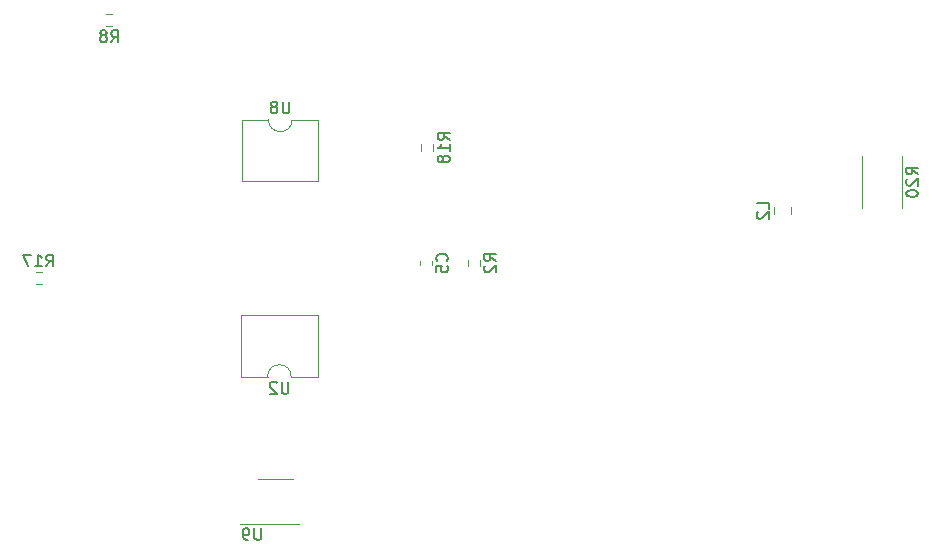
<source format=gbr>
%TF.GenerationSoftware,KiCad,Pcbnew,(6.0.7)*%
%TF.CreationDate,2022-11-08T14:23:53-05:00*%
%TF.ProjectId,high-voltage-board,68696768-2d76-46f6-9c74-6167652d626f,rev?*%
%TF.SameCoordinates,Original*%
%TF.FileFunction,Legend,Bot*%
%TF.FilePolarity,Positive*%
%FSLAX46Y46*%
G04 Gerber Fmt 4.6, Leading zero omitted, Abs format (unit mm)*
G04 Created by KiCad (PCBNEW (6.0.7)) date 2022-11-08 14:23:53*
%MOMM*%
%LPD*%
G01*
G04 APERTURE LIST*
%ADD10C,0.150000*%
%ADD11C,0.120000*%
G04 APERTURE END LIST*
D10*
%TO.C,U8*%
X135254904Y-89451380D02*
X135254904Y-90260904D01*
X135207285Y-90356142D01*
X135159666Y-90403761D01*
X135064428Y-90451380D01*
X134873952Y-90451380D01*
X134778714Y-90403761D01*
X134731095Y-90356142D01*
X134683476Y-90260904D01*
X134683476Y-89451380D01*
X134064428Y-89879952D02*
X134159666Y-89832333D01*
X134207285Y-89784714D01*
X134254904Y-89689476D01*
X134254904Y-89641857D01*
X134207285Y-89546619D01*
X134159666Y-89499000D01*
X134064428Y-89451380D01*
X133873952Y-89451380D01*
X133778714Y-89499000D01*
X133731095Y-89546619D01*
X133683476Y-89641857D01*
X133683476Y-89689476D01*
X133731095Y-89784714D01*
X133778714Y-89832333D01*
X133873952Y-89879952D01*
X134064428Y-89879952D01*
X134159666Y-89927571D01*
X134207285Y-89975190D01*
X134254904Y-90070428D01*
X134254904Y-90260904D01*
X134207285Y-90356142D01*
X134159666Y-90403761D01*
X134064428Y-90451380D01*
X133873952Y-90451380D01*
X133778714Y-90403761D01*
X133731095Y-90356142D01*
X133683476Y-90260904D01*
X133683476Y-90070428D01*
X133731095Y-89975190D01*
X133778714Y-89927571D01*
X133873952Y-89879952D01*
%TO.C,L2*%
X175840380Y-98512333D02*
X175840380Y-98036142D01*
X174840380Y-98036142D01*
X174935619Y-98798047D02*
X174888000Y-98845666D01*
X174840380Y-98940904D01*
X174840380Y-99179000D01*
X174888000Y-99274238D01*
X174935619Y-99321857D01*
X175030857Y-99369476D01*
X175126095Y-99369476D01*
X175268952Y-99321857D01*
X175840380Y-98750428D01*
X175840380Y-99369476D01*
%TO.C,R18*%
X148821380Y-92702142D02*
X148345190Y-92368809D01*
X148821380Y-92130714D02*
X147821380Y-92130714D01*
X147821380Y-92511666D01*
X147869000Y-92606904D01*
X147916619Y-92654523D01*
X148011857Y-92702142D01*
X148154714Y-92702142D01*
X148249952Y-92654523D01*
X148297571Y-92606904D01*
X148345190Y-92511666D01*
X148345190Y-92130714D01*
X148821380Y-93654523D02*
X148821380Y-93083095D01*
X148821380Y-93368809D02*
X147821380Y-93368809D01*
X147964238Y-93273571D01*
X148059476Y-93178333D01*
X148107095Y-93083095D01*
X148249952Y-94225952D02*
X148202333Y-94130714D01*
X148154714Y-94083095D01*
X148059476Y-94035476D01*
X148011857Y-94035476D01*
X147916619Y-94083095D01*
X147869000Y-94130714D01*
X147821380Y-94225952D01*
X147821380Y-94416428D01*
X147869000Y-94511666D01*
X147916619Y-94559285D01*
X148011857Y-94606904D01*
X148059476Y-94606904D01*
X148154714Y-94559285D01*
X148202333Y-94511666D01*
X148249952Y-94416428D01*
X148249952Y-94225952D01*
X148297571Y-94130714D01*
X148345190Y-94083095D01*
X148440428Y-94035476D01*
X148630904Y-94035476D01*
X148726142Y-94083095D01*
X148773761Y-94130714D01*
X148821380Y-94225952D01*
X148821380Y-94416428D01*
X148773761Y-94511666D01*
X148726142Y-94559285D01*
X148630904Y-94606904D01*
X148440428Y-94606904D01*
X148345190Y-94559285D01*
X148297571Y-94511666D01*
X148249952Y-94416428D01*
%TO.C,U2*%
X135178704Y-113186780D02*
X135178704Y-113996304D01*
X135131085Y-114091542D01*
X135083466Y-114139161D01*
X134988228Y-114186780D01*
X134797752Y-114186780D01*
X134702514Y-114139161D01*
X134654895Y-114091542D01*
X134607276Y-113996304D01*
X134607276Y-113186780D01*
X134178704Y-113282019D02*
X134131085Y-113234400D01*
X134035847Y-113186780D01*
X133797752Y-113186780D01*
X133702514Y-113234400D01*
X133654895Y-113282019D01*
X133607276Y-113377257D01*
X133607276Y-113472495D01*
X133654895Y-113615352D01*
X134226323Y-114186780D01*
X133607276Y-114186780D01*
%TO.C,C5*%
X148599142Y-102957333D02*
X148646761Y-102909714D01*
X148694380Y-102766857D01*
X148694380Y-102671619D01*
X148646761Y-102528761D01*
X148551523Y-102433523D01*
X148456285Y-102385904D01*
X148265809Y-102338285D01*
X148122952Y-102338285D01*
X147932476Y-102385904D01*
X147837238Y-102433523D01*
X147742000Y-102528761D01*
X147694380Y-102671619D01*
X147694380Y-102766857D01*
X147742000Y-102909714D01*
X147789619Y-102957333D01*
X147694380Y-103862095D02*
X147694380Y-103385904D01*
X148170571Y-103338285D01*
X148122952Y-103385904D01*
X148075333Y-103481142D01*
X148075333Y-103719238D01*
X148122952Y-103814476D01*
X148170571Y-103862095D01*
X148265809Y-103909714D01*
X148503904Y-103909714D01*
X148599142Y-103862095D01*
X148646761Y-103814476D01*
X148694380Y-103719238D01*
X148694380Y-103481142D01*
X148646761Y-103385904D01*
X148599142Y-103338285D01*
%TO.C,U9*%
X132873904Y-125569380D02*
X132873904Y-126378904D01*
X132826285Y-126474142D01*
X132778666Y-126521761D01*
X132683428Y-126569380D01*
X132492952Y-126569380D01*
X132397714Y-126521761D01*
X132350095Y-126474142D01*
X132302476Y-126378904D01*
X132302476Y-125569380D01*
X131778666Y-126569380D02*
X131588190Y-126569380D01*
X131492952Y-126521761D01*
X131445333Y-126474142D01*
X131350095Y-126331285D01*
X131302476Y-126140809D01*
X131302476Y-125759857D01*
X131350095Y-125664619D01*
X131397714Y-125617000D01*
X131492952Y-125569380D01*
X131683428Y-125569380D01*
X131778666Y-125617000D01*
X131826285Y-125664619D01*
X131873904Y-125759857D01*
X131873904Y-125997952D01*
X131826285Y-126093190D01*
X131778666Y-126140809D01*
X131683428Y-126188428D01*
X131492952Y-126188428D01*
X131397714Y-126140809D01*
X131350095Y-126093190D01*
X131302476Y-125997952D01*
%TO.C,R20*%
X188492380Y-95623142D02*
X188016190Y-95289809D01*
X188492380Y-95051714D02*
X187492380Y-95051714D01*
X187492380Y-95432666D01*
X187540000Y-95527904D01*
X187587619Y-95575523D01*
X187682857Y-95623142D01*
X187825714Y-95623142D01*
X187920952Y-95575523D01*
X187968571Y-95527904D01*
X188016190Y-95432666D01*
X188016190Y-95051714D01*
X187587619Y-96004095D02*
X187540000Y-96051714D01*
X187492380Y-96146952D01*
X187492380Y-96385047D01*
X187540000Y-96480285D01*
X187587619Y-96527904D01*
X187682857Y-96575523D01*
X187778095Y-96575523D01*
X187920952Y-96527904D01*
X188492380Y-95956476D01*
X188492380Y-96575523D01*
X187492380Y-97194571D02*
X187492380Y-97289809D01*
X187540000Y-97385047D01*
X187587619Y-97432666D01*
X187682857Y-97480285D01*
X187873333Y-97527904D01*
X188111428Y-97527904D01*
X188301904Y-97480285D01*
X188397142Y-97432666D01*
X188444761Y-97385047D01*
X188492380Y-97289809D01*
X188492380Y-97194571D01*
X188444761Y-97099333D01*
X188397142Y-97051714D01*
X188301904Y-97004095D01*
X188111428Y-96956476D01*
X187873333Y-96956476D01*
X187682857Y-97004095D01*
X187587619Y-97051714D01*
X187540000Y-97099333D01*
X187492380Y-97194571D01*
%TO.C,R2*%
X152758380Y-102957333D02*
X152282190Y-102624000D01*
X152758380Y-102385904D02*
X151758380Y-102385904D01*
X151758380Y-102766857D01*
X151806000Y-102862095D01*
X151853619Y-102909714D01*
X151948857Y-102957333D01*
X152091714Y-102957333D01*
X152186952Y-102909714D01*
X152234571Y-102862095D01*
X152282190Y-102766857D01*
X152282190Y-102385904D01*
X151853619Y-103338285D02*
X151806000Y-103385904D01*
X151758380Y-103481142D01*
X151758380Y-103719238D01*
X151806000Y-103814476D01*
X151853619Y-103862095D01*
X151948857Y-103909714D01*
X152044095Y-103909714D01*
X152186952Y-103862095D01*
X152758380Y-103290666D01*
X152758380Y-103909714D01*
%TO.C,R17*%
X114688857Y-103416380D02*
X115022190Y-102940190D01*
X115260285Y-103416380D02*
X115260285Y-102416380D01*
X114879333Y-102416380D01*
X114784095Y-102464000D01*
X114736476Y-102511619D01*
X114688857Y-102606857D01*
X114688857Y-102749714D01*
X114736476Y-102844952D01*
X114784095Y-102892571D01*
X114879333Y-102940190D01*
X115260285Y-102940190D01*
X113736476Y-103416380D02*
X114307904Y-103416380D01*
X114022190Y-103416380D02*
X114022190Y-102416380D01*
X114117428Y-102559238D01*
X114212666Y-102654476D01*
X114307904Y-102702095D01*
X113403142Y-102416380D02*
X112736476Y-102416380D01*
X113165047Y-103416380D01*
%TO.C,R8*%
X120181666Y-84432380D02*
X120515000Y-83956190D01*
X120753095Y-84432380D02*
X120753095Y-83432380D01*
X120372142Y-83432380D01*
X120276904Y-83480000D01*
X120229285Y-83527619D01*
X120181666Y-83622857D01*
X120181666Y-83765714D01*
X120229285Y-83860952D01*
X120276904Y-83908571D01*
X120372142Y-83956190D01*
X120753095Y-83956190D01*
X119610238Y-83860952D02*
X119705476Y-83813333D01*
X119753095Y-83765714D01*
X119800714Y-83670476D01*
X119800714Y-83622857D01*
X119753095Y-83527619D01*
X119705476Y-83480000D01*
X119610238Y-83432380D01*
X119419761Y-83432380D01*
X119324523Y-83480000D01*
X119276904Y-83527619D01*
X119229285Y-83622857D01*
X119229285Y-83670476D01*
X119276904Y-83765714D01*
X119324523Y-83813333D01*
X119419761Y-83860952D01*
X119610238Y-83860952D01*
X119705476Y-83908571D01*
X119753095Y-83956190D01*
X119800714Y-84051428D01*
X119800714Y-84241904D01*
X119753095Y-84337142D01*
X119705476Y-84384761D01*
X119610238Y-84432380D01*
X119419761Y-84432380D01*
X119324523Y-84384761D01*
X119276904Y-84337142D01*
X119229285Y-84241904D01*
X119229285Y-84051428D01*
X119276904Y-83956190D01*
X119324523Y-83908571D01*
X119419761Y-83860952D01*
D11*
%TO.C,U8*%
X131258000Y-96199000D02*
X131258000Y-90999000D01*
X137728000Y-90999000D02*
X137728000Y-96199000D01*
X131258000Y-90999000D02*
X133493000Y-90999000D01*
X135493000Y-90999000D02*
X137728000Y-90999000D01*
X137728000Y-96199000D02*
X131258000Y-96199000D01*
X133493000Y-90999000D02*
G75*
G03*
X135493000Y-90999000I1000000J0D01*
G01*
%TO.C,L2*%
X176328000Y-98417748D02*
X176328000Y-98940252D01*
X177748000Y-98417748D02*
X177748000Y-98940252D01*
%TO.C,R18*%
X147461500Y-93599724D02*
X147461500Y-93090276D01*
X146416500Y-93599724D02*
X146416500Y-93090276D01*
%TO.C,U2*%
X137651800Y-112734400D02*
X135416800Y-112734400D01*
X131181800Y-112734400D02*
X131181800Y-107534400D01*
X137651800Y-107534400D02*
X137651800Y-112734400D01*
X131181800Y-107534400D02*
X137651800Y-107534400D01*
X133416800Y-112734400D02*
X131181800Y-112734400D01*
X135416800Y-112734400D02*
G75*
G03*
X133416800Y-112734400I-1000000J0D01*
G01*
%TO.C,C5*%
X146302000Y-103270267D02*
X146302000Y-102977733D01*
X147322000Y-103270267D02*
X147322000Y-102977733D01*
%TO.C,U9*%
X131112000Y-125237000D02*
X136112000Y-125237000D01*
X135612000Y-121397000D02*
X132612000Y-121397000D01*
%TO.C,R20*%
X187130000Y-98443064D02*
X187130000Y-94088936D01*
X183710000Y-98443064D02*
X183710000Y-94088936D01*
%TO.C,R2*%
X150353500Y-103378724D02*
X150353500Y-102869276D01*
X151398500Y-103378724D02*
X151398500Y-102869276D01*
%TO.C,R17*%
X114300724Y-103871500D02*
X113791276Y-103871500D01*
X114300724Y-104916500D02*
X113791276Y-104916500D01*
%TO.C,R8*%
X119760276Y-83072500D02*
X120269724Y-83072500D01*
X119760276Y-82027500D02*
X120269724Y-82027500D01*
%TD*%
M02*

</source>
